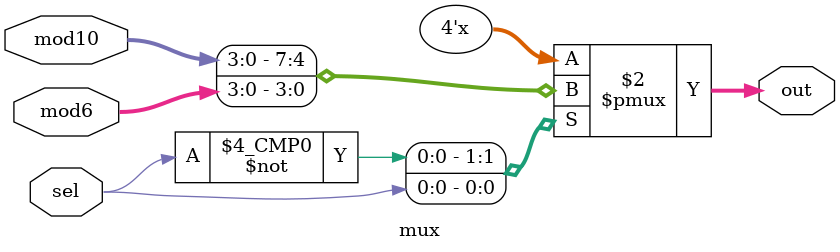
<source format=v>
`timescale 1ns / 1ps

module mux(
input [3:0] mod6,
input [3:0] mod10,
input sel,
output reg [3:0] out
);

always@(*)
case(sel)
    0: out = mod10;
    1: out = mod6;
endcase
endmodule

</source>
